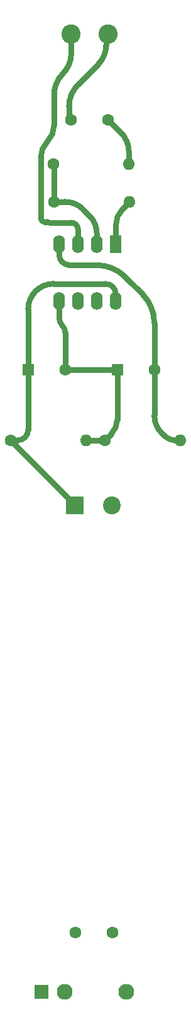
<source format=gbr>
%TF.GenerationSoftware,KiCad,Pcbnew,8.0.2-1*%
%TF.CreationDate,2024-06-20T14:35:33+08:00*%
%TF.ProjectId,troubleSeeker,74726f75-626c-4655-9365-656b65722e6b,rev?*%
%TF.SameCoordinates,Original*%
%TF.FileFunction,Copper,L1,Top*%
%TF.FilePolarity,Positive*%
%FSLAX46Y46*%
G04 Gerber Fmt 4.6, Leading zero omitted, Abs format (unit mm)*
G04 Created by KiCad (PCBNEW 8.0.2-1) date 2024-06-20 14:35:33*
%MOMM*%
%LPD*%
G01*
G04 APERTURE LIST*
%TA.AperFunction,ComponentPad*%
%ADD10O,1.600000X1.600000*%
%TD*%
%TA.AperFunction,ComponentPad*%
%ADD11C,1.600000*%
%TD*%
%TA.AperFunction,ComponentPad*%
%ADD12C,2.600000*%
%TD*%
%TA.AperFunction,ComponentPad*%
%ADD13R,1.600000X1.600000*%
%TD*%
%TA.AperFunction,ComponentPad*%
%ADD14R,1.600000X2.400000*%
%TD*%
%TA.AperFunction,ComponentPad*%
%ADD15O,1.600000X2.400000*%
%TD*%
%TA.AperFunction,ComponentPad*%
%ADD16C,2.130000*%
%TD*%
%TA.AperFunction,ComponentPad*%
%ADD17R,1.830000X1.930000*%
%TD*%
%TA.AperFunction,ComponentPad*%
%ADD18C,2.400000*%
%TD*%
%TA.AperFunction,ComponentPad*%
%ADD19R,2.400000X2.400000*%
%TD*%
%TA.AperFunction,Conductor*%
%ADD20C,0.800000*%
%TD*%
%TA.AperFunction,Conductor*%
%ADD21C,0.200000*%
%TD*%
G04 APERTURE END LIST*
D10*
%TO.P,R4,2*%
%TO.N,Net-(C3-Pad2)*%
X137180000Y-68000000D03*
D11*
%TO.P,R4,1*%
%TO.N,Net-(U1A--)*%
X127020000Y-68000000D03*
%TD*%
D10*
%TO.P,R3,2*%
%TO.N,Net-(C4-Pad1)*%
X137080000Y-62900000D03*
D11*
%TO.P,R3,1*%
%TO.N,Net-(U1A--)*%
X126920000Y-62900000D03*
%TD*%
D10*
%TO.P,R2,2*%
%TO.N,Net-(BT1--)*%
X144040000Y-100000000D03*
D11*
%TO.P,R2,1*%
%TO.N,/VGND*%
X133880000Y-100000000D03*
%TD*%
D10*
%TO.P,R1,2*%
%TO.N,/VGND*%
X131280000Y-100000000D03*
D11*
%TO.P,R1,1*%
%TO.N,Net-(BT1-+)*%
X121120000Y-100000000D03*
%TD*%
D12*
%TO.P,L1,2,2*%
%TO.N,/VGND*%
X129310000Y-45500000D03*
%TO.P,L1,1,1*%
%TO.N,Net-(C4-Pad2)*%
X134310000Y-45500000D03*
%TD*%
D13*
%TO.P,C2,1*%
%TO.N,/VGND*%
X135500000Y-90500000D03*
D11*
%TO.P,C2,2*%
%TO.N,Net-(BT1--)*%
X140500000Y-90500000D03*
%TD*%
%TO.P,C1,2*%
%TO.N,/VGND*%
X128500000Y-90500000D03*
D13*
%TO.P,C1,1*%
%TO.N,Net-(BT1-+)*%
X123500000Y-90500000D03*
%TD*%
D14*
%TO.P,U1,1*%
%TO.N,Net-(C3-Pad2)*%
X135300000Y-73700000D03*
D15*
%TO.P,U1,2,-*%
%TO.N,Net-(U1A--)*%
X132760000Y-73700000D03*
%TO.P,U1,3,+*%
%TO.N,/VGND*%
X130220000Y-73700000D03*
%TO.P,U1,4,V-*%
%TO.N,Net-(BT1--)*%
X127680000Y-73700000D03*
%TO.P,U1,5,+*%
%TO.N,/VGND*%
X127680000Y-81320000D03*
%TO.P,U1,6,-*%
%TO.N,unconnected-(U1B---Pad6)*%
X130220000Y-81320000D03*
%TO.P,U1,7*%
%TO.N,unconnected-(U1-Pad7)*%
X132760000Y-81320000D03*
%TO.P,U1,8,V+*%
%TO.N,Net-(BT1-+)*%
X135300000Y-81320000D03*
%TD*%
D16*
%TO.P,Audio Out,TN*%
%TO.N,N/C*%
X128400000Y-174000000D03*
%TO.P,Audio Out,T*%
%TO.N,Net-(C3-Pad1)*%
X136700000Y-174000000D03*
D17*
%TO.P,Audio Out,S*%
%TO.N,/VGND*%
X125300000Y-174000000D03*
%TD*%
D11*
%TO.P,C4,2*%
%TO.N,Net-(C4-Pad2)*%
X129310000Y-57000000D03*
%TO.P,C4,1*%
%TO.N,Net-(C4-Pad1)*%
X134310000Y-57000000D03*
%TD*%
%TO.P,C3,2*%
%TO.N,Net-(C3-Pad2)*%
X134900000Y-166100000D03*
%TO.P,C3,1*%
%TO.N,Net-(C3-Pad1)*%
X129900000Y-166100000D03*
%TD*%
D18*
%TO.P,9V Battery,2,-*%
%TO.N,Net-(BT1--)*%
X134750000Y-108700000D03*
D19*
%TO.P,9V Battery,1,+*%
%TO.N,Net-(BT1-+)*%
X129750000Y-108700000D03*
%TD*%
D20*
%TO.N,Net-(BT1--)*%
X140500000Y-96654719D02*
G75*
G03*
X141479816Y-99020184I3345300J19D01*
G01*
X141900871Y-99441251D02*
G75*
G03*
X143249810Y-99999989I1348929J1348951D01*
G01*
X143249810Y-100000000D02*
X144040000Y-100000000D01*
X141479810Y-99020190D02*
X141900871Y-99441251D01*
X140500000Y-96654719D02*
X140500000Y-90500000D01*
D21*
%TO.N,Net-(U1A--)*%
X126970000Y-62950000D02*
G75*
G02*
X127019996Y-63070710I-120700J-120700D01*
G01*
D20*
X128460000Y-68000000D02*
G75*
G02*
X130918240Y-69018226I0J-3476500D01*
G01*
X132760000Y-72280000D02*
G75*
G03*
X131755911Y-69855905I-3428200J0D01*
G01*
%TO.N,Net-(C4-Pad2)*%
X129000000Y-55250000D02*
G75*
G02*
X130237432Y-52262558I4224900J0D01*
G01*
X132939339Y-49560660D02*
G75*
G03*
X134000005Y-47000000I-2560639J2560660D01*
G01*
%TO.N,Net-(C4-Pad1)*%
X135973377Y-58663377D02*
G75*
G02*
X137080013Y-61335000I-2671577J-2671623D01*
G01*
%TO.N,Net-(C3-Pad2)*%
X135300000Y-73707071D02*
G75*
G02*
X135305008Y-73695008I17100J-29D01*
G01*
X135300000Y-73692928D02*
G75*
G03*
X135304951Y-73694951I2900J28D01*
G01*
X135300000Y-71209360D02*
G75*
G02*
X136240011Y-68940011I3209400J-40D01*
G01*
X135300000Y-73692928D02*
X135300000Y-73707071D01*
%TO.N,/VGND*%
X130220000Y-71687695D02*
G75*
G03*
X129959999Y-71060001I-887700J-5D01*
G01*
X128155000Y-50845000D02*
G75*
G03*
X129309993Y-48056583I-2788400J2788400D01*
G01*
X125712132Y-70700000D02*
G75*
G02*
X125349991Y-70550009I-32J512100D01*
G01*
X128500000Y-85579827D02*
G75*
G03*
X128090008Y-84589992I-1399800J27D01*
G01*
X126129289Y-70700000D02*
G75*
G02*
X126250003Y-70749997I11J-170700D01*
G01*
X126370710Y-70800000D02*
G75*
G02*
X126249997Y-70750003I-10J170700D01*
G01*
X127000000Y-53633416D02*
G75*
G02*
X128154995Y-50844995I3943400J16D01*
G01*
X127680000Y-83600172D02*
G75*
G03*
X128089992Y-84590008I1399800J-28D01*
G01*
X125200000Y-70187867D02*
G75*
G03*
X125349991Y-70550009I512100J-33D01*
G01*
X129332304Y-70800000D02*
G75*
G02*
X129959999Y-71060001I-4J-887700D01*
G01*
X135500000Y-97234487D02*
G75*
G02*
X134690004Y-99190004I-2765500J-13D01*
G01*
X125200000Y-62072792D02*
G75*
G02*
X126100002Y-59900002I3072800J-8D01*
G01*
X127000000Y-57727207D02*
G75*
G02*
X126099998Y-59899998I-3072800J7D01*
G01*
%TO.N,Net-(BT1--)*%
X132746036Y-76500000D02*
G75*
G02*
X136593784Y-78093800I-36J-5441600D01*
G01*
X129079827Y-76500000D02*
G75*
G02*
X128089992Y-76090008I-27J1399800D01*
G01*
X127680000Y-75100172D02*
G75*
G03*
X128089992Y-76090008I1399800J-28D01*
G01*
%TO.N,Net-(BT1-+)*%
X123095000Y-99595000D02*
G75*
G02*
X122117243Y-100000018I-977800J977800D01*
G01*
X123500000Y-82414213D02*
G75*
G02*
X124499996Y-79999996I3414200J13D01*
G01*
X134900000Y-79400000D02*
G75*
G03*
X133934314Y-78999994I-965700J-965700D01*
G01*
X126914213Y-79000000D02*
G75*
G03*
X124499996Y-79999996I-13J-3414200D01*
G01*
X123095000Y-99595000D02*
G75*
G03*
X123500018Y-98617243I-977800J977800D01*
G01*
X134900000Y-79400000D02*
G75*
G02*
X135300006Y-80365685I-965700J-965700D01*
G01*
X129725251Y-108605251D02*
G75*
G02*
X129749999Y-108665000I-59751J-59749D01*
G01*
%TO.N,Net-(C4-Pad1)*%
X137080000Y-61335000D02*
X137080000Y-62900000D01*
X135973377Y-58663377D02*
X134310000Y-57000000D01*
%TO.N,/VGND*%
X129310000Y-48056583D02*
X129310000Y-45500000D01*
X127000000Y-57727207D02*
X127000000Y-53633416D01*
X125200000Y-70187867D02*
X125200000Y-62072792D01*
X125712132Y-70700000D02*
X126129289Y-70700000D01*
X129332304Y-70800000D02*
X126370710Y-70800000D01*
X130220000Y-71687695D02*
X130220000Y-73700000D01*
%TO.N,Net-(U1A--)*%
X127020000Y-63070710D02*
X127020000Y-68000000D01*
D21*
X126970000Y-62950000D02*
X126920000Y-62900000D01*
D20*
X132760000Y-72280000D02*
X132760000Y-73700000D01*
X130918233Y-69018233D02*
X131755908Y-69855908D01*
X128460000Y-68000000D02*
X127020000Y-68000000D01*
%TO.N,Net-(C3-Pad2)*%
X135300000Y-71209360D02*
X135300000Y-73692928D01*
X136240000Y-68940000D02*
X137180000Y-68000000D01*
%TO.N,/VGND*%
X133880000Y-100000000D02*
X131280000Y-100000000D01*
%TO.N,Net-(BT1-+)*%
X122117243Y-100000000D02*
X121120000Y-100000000D01*
D21*
X129750000Y-108665000D02*
X129750000Y-108700000D01*
D20*
X129725251Y-108605251D02*
X121120000Y-100000000D01*
%TO.N,Net-(C3-Pad2)*%
X135300000Y-73707071D02*
X135300000Y-73800000D01*
%TO.N,Net-(BT1-+)*%
X123500000Y-98617243D02*
X123500000Y-90500000D01*
X126914213Y-79000000D02*
X133934314Y-79000000D01*
X123500000Y-82414213D02*
X123500000Y-90500000D01*
X135300000Y-80365685D02*
X135300000Y-81320000D01*
%TO.N,/VGND*%
X128500000Y-85579827D02*
X128500000Y-90500000D01*
X127680000Y-83600172D02*
X127680000Y-81320000D01*
X135500000Y-90500000D02*
X128500000Y-90500000D01*
X135500000Y-90500000D02*
X135500000Y-97234487D01*
X133880000Y-100000000D02*
X134690000Y-99190000D01*
%TO.N,Net-(BT1--)*%
X140500000Y-84253963D02*
X140500000Y-90500000D01*
X136593792Y-78093792D02*
X138906207Y-80406207D01*
X132746036Y-76500000D02*
X129079827Y-76500000D01*
X127680000Y-75100172D02*
X127680000Y-73700000D01*
%TO.N,Net-(C3-Pad2)*%
X135305000Y-73695000D02*
X135310000Y-73690000D01*
%TO.N,Net-(C4-Pad2)*%
X134000000Y-47000000D02*
X134000000Y-45500000D01*
X132939339Y-49560660D02*
X130237436Y-52262562D01*
X129000000Y-55250000D02*
X129000000Y-57000000D01*
%TO.N,Net-(BT1--)*%
X140500000Y-84253963D02*
G75*
G03*
X138906199Y-80406215I-5441600J-37D01*
G01*
%TD*%
M02*

</source>
